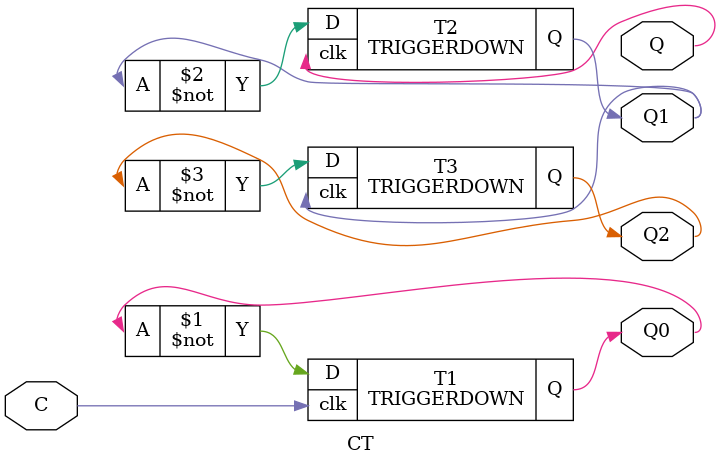
<source format=v>

module NAND (x,y,f);              //NAND

  input x,y;
  output f;
 
  assign f=~(x&y);
  
endmodule 
//////////////////////////////////
module INV (x,f);                 //INV
  
  input x;
  output f;
  
  assign f=~x;
  
endmodule
//////////////////////////////////
module RS (S,R,Q,Q1);             //Обычная защелка
  
  input S,R;
  output Q,Q1;
  
  NAND N1 (S,Q1,Q);
  NAND N2 (Q,R,Q1);
  
  
endmodule
//////////////////////////////////
module Dtrig(D,clk,Q,Q1);         //D-триггер
                                  //
  input D,clk;
  output Q,Q1;
  wire Y1,Y2;
  
  NAND N3 (D,clk,Y1);
  NAND N4 (Y1,clk,Y2);
  
  RS RS1 (Y1,Y2,Q,Q1);
  
endmodule
//////////////////////////////////
module TRIGGERUP(D,clk,Q);          //Триггер по переднему

  input D,clk;
  output Q;
  wire Y,Y1,Y2,Y3;
  
  INV INV1 (clk,Y);
  Dtrig Dtrig1 (D,Y,Y1,Y2);
  Dtrig Dtrig2 (Y1,clk,Q,Y3);
  
endmodule
/////////////////////////////////
module etbits(D,clk,Q0,Q1,Q2,Q3,Q4,Q5,Q6,Q7); //Сдвиговый регистр 8 бит
  
  input D,clk;
  output Q0,Q1,Q2,Q3,Q4,Q5,Q6,Q7;
  wire Y0,Y1,Y2,Y3,Y4,Y5,Y6,Y7;
  
  TRIGGERUP T0 (D,clk,Q0);
  TRIGGERUP T1 (Q0,clk,Q1);
  TRIGGERUP T2 (Q1,clk,Q2);
  TRIGGERUP T3 (Q2,clk,Q3);
  TRIGGERUP T4 (Q3,clk,Q4);
  TRIGGERUP T5 (Q4,clk,Q5);
  TRIGGERUP T6 (Q5,clk,Q6);
  TRIGGERUP T7 (Q6,clk,Q7);
  
endmodule
//////////////////////////////////
module TRIGGERDOWN(D,clk,Q);          //Триггер по заднему

  input D,clk;
  output Q;
  wire Y,Y1,Y2,Y3;
  
  INV INV1 (clk,Y);
  Dtrig Dtrig1 (D,clk,Y1,Y2);
  Dtrig Dtrig2 (Y1,Y,Q,Y3);
  
endmodule
/////////////////////////////////
module CT(C,Q0,Q1,Q2,Q);
  
  input C;
  output Q0,Q1,Q2,Q;
  
  TRIGGERDOWN T1(~Q0,C,Q0);
  TRIGGERDOWN T2(~Q1,Q,Q1);
  TRIGGERDOWN T3(~Q2,Q1,Q2);
endmodule

</source>
